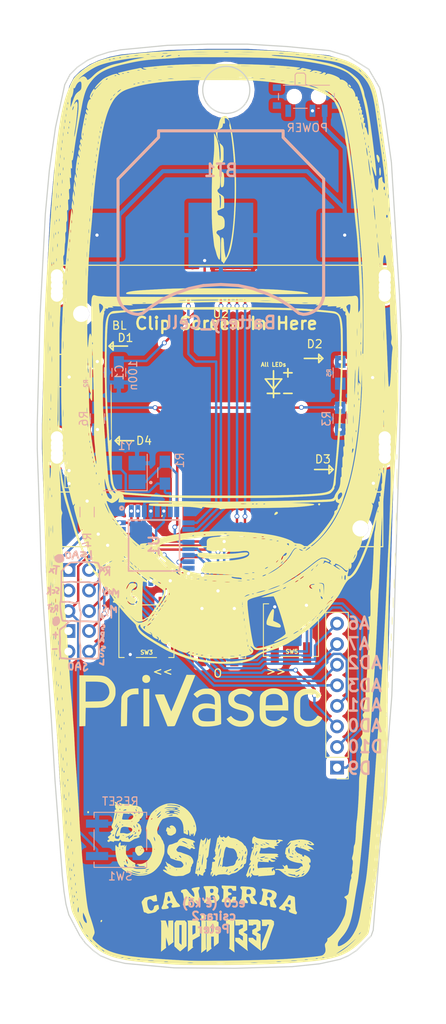
<source format=kicad_pcb>
(kicad_pcb (version 20171130) (host pcbnew 5.0.2+dfsg1-1)
  (title_block (title "Cybernats 2019 Badge") (company ec0) (comment 1 "Do not point at face"))
  (layers (0 F.Cu signal) (31 B.Cu signal) (34 B.Paste user) (35 F.Paste user) (36 B.SilkS user) (37 F.SilkS user hide) (38 B.Mask user) (39 F.Mask user) (44 Edge.Cuts user))
  (net 0 "")
  (net 1 GND)
  (net 2 "Net-(D1-Pad2)")
  (net 3 "Net-(D2-Pad2)")
  (net 4 +3.3v)
  (net 5 SCK)
  (net 6 MISO)
  (net 7 MOSI)
  (net 8 "Net-(R1-Pad2)")
  (net 9 LCDRST)
  (net 10 LCDBL+)
  (net 11 LCDCE)
  (net 12 LCDDC)
  (net 13 RESET)
  (net 14 RXD)
  (net 15 TXD)
  (net 16 "Net-(R1-Pad1)")
  (net 17 SDA)
  (net 18 SCL)
  (net 19 "Net-(D3-Pad2)")
  (net 20 "Net-(D4-Pad2)")
  (net 21 /VOUT)
  (net 22 D9)
  (net 23 D10)
  (net 24 AD0)
  (net 25 AD1)
  (net 26 AD2)
  (net 27 AD3)
  (net 28 A6)
  (net 29 A7)
  (net 30 "Net-(SW2-Pad1)")
  (net 31 BAT+)
  (net 32 BUTTONL)
  (net 33 BUTTONOK)
  (net 34 BUTTONR)
  (module LEDs:LED_0603 (layer F.Cu) (at 78.03 84.37 90)
    (fp_text reference D2 (at 3.344 -7.164 180) (layer F.SilkS))
    (fp_text value BL)
    (pad 2 smd rect (at 0.8 0 270) (size 0.8 0.8) (layers F.Cu F.Paste F.Mask) (net 3 "Net-(D2-Pad2)"))
    (pad 1 smd rect (at -0.8 0 270) (size 0.8 0.8) (layers F.Cu F.Paste F.Mask) (net 1 GND))
  )
  (module LEDs:LED_0603 (layer F.Cu) (at 77.98 97.34 90)
    (fp_text reference D3 (at 2.09 -6.098 180) (layer F.SilkS))
    (fp_text value BL)
    (pad 2 smd rect (at 0.8 0 270) (size 0.8 0.8) (layers F.Cu F.Paste F.Mask) (net 19 "Net-(D3-Pad2)"))
    (pad 1 smd rect (at -0.8 0 270) (size 0.8 0.8) (layers F.Cu F.Paste F.Mask) (net 1 GND))
  )
  (module LEDs:LED_0603 (layer F.Cu) (at 40.53 97.46 90)
    (fp_text reference D4 (at 4.496 9.254 180) (layer F.SilkS))
    (fp_text value BL)
    (pad 2 smd rect (at 0.8 0 270) (size 0.8 0.8) (layers F.Cu F.Paste F.Mask) (net 20 "Net-(D4-Pad2)"))
    (pad 1 smd rect (at -0.8 0 270) (size 0.8 0.8) (layers F.Cu F.Paste F.Mask) (net 1 GND))
  )
  (module LEDs:LED_0603 (layer F.Cu) (at 40.54 84.3 90)
    (fp_text reference D1 (at 4.036 6.958 180) (layer F.SilkS))
    (fp_text value BL (at 5.56 6.196 180) (layer F.SilkS))
    (pad 2 smd rect (at 0.8 0 270) (size 0.8 0.8) (layers F.Cu F.Paste F.Mask) (net 2 "Net-(D1-Pad2)"))
    (pad 1 smd rect (at -0.8 0 270) (size 0.8 0.8) (layers F.Cu F.Paste F.Mask) (net 1 GND))
  )
  (module LOGO (layer B.Cu) (at 42.0878 114.046 180)
    (fp_text reference G*** hide)
    (fp_text value LOGO hide)
  )
  (module LOGO (layer F.Cu) (at 56.7944 125.0696)
    (fp_text reference G*** hide)
    (fp_text value LOGO hide)
  )
  (module Pin_Headers:Pin_Header_Straight_2x03_Pitch2.54mm (layer F.Cu) (at 40.46 108.92)
    (fp_text reference J2 hide)
    (fp_text value LSAO hide)
    (pad 1 thru_hole rect (at 0 0) (size 1.7 1.7) (drill 1) (layers *.Cu *.Mask) (net 15 TXD))
    (pad 2 thru_hole oval (at 2.54 0) (size 1.7 1.7) (drill 1) (layers *.Cu *.Mask) (net 14 RXD))
    (pad 3 thru_hole oval (at 0 2.54) (size 1.7 1.7) (drill 1) (layers *.Cu *.Mask) (net 5 SCK))
    (pad 4 thru_hole oval (at 2.54 2.54) (size 1.7 1.7) (drill 1) (layers *.Cu *.Mask) (net 7 MOSI))
    (pad 5 thru_hole oval (at 0 5.08) (size 1.7 1.7) (drill 1) (layers *.Cu *.Mask) (net 13 RESET))
    (pad 6 thru_hole oval (at 2.54 5.08) (size 1.7 1.7) (drill 1) (layers *.Cu *.Mask) (net 6 MISO))
  )
  (module Pin_Headers:Pin_Header_Straight_2x02_Pitch2.54mm (layer F.Cu) (at 40.46 116.46)
    (fp_text reference J1)
    (fp_text value SAO hide)
    (pad 1 thru_hole rect (at 0 0) (size 1.7 1.7) (drill 1) (layers *.Cu *.Mask) (net 4 +3.3v))
    (pad 2 thru_hole oval (at 2.54 0) (size 1.7 1.7) (drill 1) (layers *.Cu *.Mask) (net 17 SDA))
    (pad 3 thru_hole oval (at 0 2.54) (size 1.7 1.7) (drill 1) (layers *.Cu *.Mask) (net 1 GND))
    (pad 4 thru_hole oval (at 2.54 2.54) (size 1.7 1.7) (drill 1) (layers *.Cu *.Mask) (net 18 SCL))
  )
  (module Buttons_Switches_SMD:SW_SPST_B3SL-1002P (layer B.Cu) (at 46.8678 142.2466)
    (fp_text reference SW1 (at 0 4.5) (layer B.SilkS) (effects (justify mirror)))
    (fp_text value RESET (at 0 -4.75) (layer B.SilkS) (effects (justify mirror)))
    (pad 1 smd rect (at -2.875 2) (size 2.75 1) (layers B.Cu B.Paste B.Mask) (net 13 RESET))
    (pad 1 smd rect (at 2.875 2) (size 2.75 1) (layers B.Cu B.Paste B.Mask) (net 13 RESET))
    (pad 2 smd rect (at 2.875 -2) (size 2.75 1) (layers B.Cu B.Paste B.Mask) (net 1 GND))
    (pad 2 smd rect (at -2.875 -2) (size 2.75 1) (layers B.Cu B.Paste B.Mask) (net 1 GND))
  )
  (module Nokia_5110-3310_LCD:Nokia_5110-3310_LCD (layer F.Cu) (at 59.28 71.3)
    (fp_text reference U2 (at 0 6) (layer F.SilkS))
    (fp_text value Nokia_5110_LCD hide)
    (pad "" thru_hole circle (at 17.25 32.5) (size 2 2) (drill 2) (layers *.Cu))
    (pad "" np_thru_hole circle (at 20.25 23) (size 1.5 1.5) (drill 1.5) (layers *.Mask B.Cu F.SilkS))
    (pad "" np_thru_hole circle (at 20.25 21.75) (size 1.5 1.5) (drill 1.5) (layers *.Mask B.Cu F.SilkS))
    (pad "" np_thru_hole circle (at -20.25 23.25) (size 1.5 1.5) (drill 1.5) (layers *.Mask B.Cu F.SilkS))
    (pad "" np_thru_hole circle (at -20.25 22) (size 1.5 1.5) (drill 1.5) (layers *.Mask B.Cu F.SilkS))
    (pad "" np_thru_hole circle (at -20.25 23.75) (size 1.5 1.5) (drill 1.5) (layers *.Mask B.Cu F.SilkS))
    (pad "" np_thru_hole circle (at -20.25 21.25) (size 1.5 1.5) (drill 1.5) (layers *.Mask B.Cu F.SilkS))
    (pad "" np_thru_hole circle (at -20.25 3.75) (size 1.5 1.5) (drill 1.5) (layers *.Mask B.Cu F.SilkS))
    (pad "" np_thru_hole circle (at -20.25 3.25) (size 1.5 1.5) (drill 1.5) (layers *.Mask B.Cu F.SilkS))
    (pad "" np_thru_hole circle (at -20.25 1.25) (size 1.5 1.5) (drill 1.5) (layers *.Mask B.Cu F.SilkS))
    (pad "" np_thru_hole circle (at -20.25 1.75) (size 1.5 1.5) (drill 1.5) (layers *.Mask B.Cu F.SilkS))
    (pad "" np_thru_hole circle (at 20.25 23.75) (size 1.5 1.5) (drill 1.5) (layers *.Mask B.Cu F.SilkS))
    (pad "" np_thru_hole circle (at 20.25 21.25) (size 1.5 1.5) (drill 1.5) (layers *.Mask B.Cu F.SilkS))
    (pad "" np_thru_hole circle (at 20.25 3) (size 1.5 1.5) (drill 1.5) (layers *.Mask B.Cu F.SilkS))
    (pad "" smd rect (at 19 2.5) (size 1.5 3) (layers B.Cu B.Mask))
    (pad "" smd rect (at 19 22.5) (size 1.5 3) (layers B.Cu B.Mask))
    (pad "" smd rect (at -19 22.5) (size 1.5 3) (layers B.Cu B.Mask))
    (pad "" smd rect (at -19 2.5) (size 1.5 3) (layers B.Cu B.Mask))
    (pad "" np_thru_hole oval (at 20.25 22.5) (size 2 4.5) (drill 1.5) (layers *.Mask B.Cu F.SilkS))
    (pad "" np_thru_hole oval (at -20.25 22.5) (size 2 4.5) (drill 1.5) (layers *.Mask B.Cu F.SilkS))
    (pad "" np_thru_hole oval (at 20.25 2.5) (size 2 4.5) (drill 1.5) (layers *.Mask B.Cu F.SilkS))
    (pad "" np_thru_hole oval (at -20.25 2.5) (size 2 4.5) (drill 1.5) (layers *.Mask B.Cu F.SilkS))
    (pad 9 smd rect (at 4 2.5) (size 0.6 3) (layers F.Cu F.Mask) (net 4 +3.3v))
    (pad 8 smd rect (at 3 2.5) (size 0.6 3) (layers F.Cu F.Mask) (net 5 SCK))
    (pad 7 smd rect (at 2 2.5) (size 0.6 3) (layers F.Cu F.Mask) (net 7 MOSI))
    (pad 6 smd rect (at 1 2.5) (size 0.6 3) (layers F.Cu F.Mask) (net 12 LCDDC))
    (pad 1 smd rect (at -4 2.5) (size 0.6 3) (layers F.Cu F.Mask) (net 9 LCDRST))
    (pad 2 smd rect (at -3 2.5) (size 0.6 3) (layers F.Cu F.Mask) (net 21 /VOUT))
    (pad 5 smd rect (at 0 2.5) (size 0.6 3) (layers F.Cu F.Mask) (net 11 LCDCE))
    (pad 4 smd rect (at -1 2.5) (size 0.6 3) (layers F.Cu F.Mask) (net 4 +3.3v))
    (pad 3 smd rect (at -2 2.5) (size 0.6 3) (layers F.Cu F.Mask) (net 1 GND))
    (pad "" np_thru_hole circle (at 20.25 1.25) (size 1.5 1.5) (drill 1.5) (layers *.Mask B.Cu F.SilkS))
    (pad "" np_thru_hole circle (at 20.25 3.75) (size 1.5 1.5) (drill 1.5) (layers *.Mask B.Cu F.SilkS))
    (pad "" np_thru_hole circle (at 20.25 1.75) (size 1.5 1.5) (drill 1.5) (layers *.Mask B.Cu F.SilkS))
    (pad "" thru_hole circle (at -17.25 6) (size 2 2) (drill 2) (layers *.Cu))
  )
  (module LOGO (layer F.Cu) (at 59.2 101.19)
    (fp_text reference G*** hide)
    (fp_text value LOGO hide)
  )
  (module ATMEGA328P-AU:QFP80P900X900X120-32N (layer B.Cu) (at 51.03 105.9 270)
    (fp_text reference U1 (at 0 0 270) (layer B.SilkS) (effects (font (size 1.27 1.27) (thickness 0.254)) (justify mirror)))
    (fp_text value ATMEGA328P-AU hide)
    (pad 1 smd rect (at -4.25 2.8 180) (size 0.6 1.5) (layers B.Cu B.Paste B.Mask) (net 33 BUTTONOK))
    (pad 2 smd rect (at -4.25 2 180) (size 0.6 1.5) (layers B.Cu B.Paste B.Mask) (net 34 BUTTONR))
    (pad 3 smd rect (at -4.25 1.2 180) (size 0.6 1.5) (layers B.Cu B.Paste B.Mask) (net 1 GND))
    (pad 4 smd rect (at -4.25 0.4 180) (size 0.6 1.5) (layers B.Cu B.Paste B.Mask) (net 4 +3.3v))
    (pad 5 smd rect (at -4.25 -0.4 180) (size 0.6 1.5) (layers B.Cu B.Paste B.Mask) (net 1 GND))
    (pad 6 smd rect (at -4.25 -1.2 180) (size 0.6 1.5) (layers B.Cu B.Paste B.Mask) (net 4 +3.3v))
    (pad 7 smd rect (at -4.25 -2 180) (size 0.6 1.5) (layers B.Cu B.Paste B.Mask) (net 16 "Net-(R1-Pad1)"))
    (pad 8 smd rect (at -4.25 -2.8 180) (size 0.6 1.5) (layers B.Cu B.Paste B.Mask) (net 8 "Net-(R1-Pad2)"))
    (pad 9 smd rect (at -2.8 -4.25 270) (size 0.6 1.5) (layers B.Cu B.Paste B.Mask) (net 9 LCDRST))
    (pad 10 smd rect (at -2 -4.25 270) (size 0.6 1.5) (layers B.Cu B.Paste B.Mask) (net 11 LCDCE))
    (pad 11 smd rect (at -1.2 -4.25 270) (size 0.6 1.5) (layers B.Cu B.Paste B.Mask) (net 12 LCDDC))
    (pad 12 smd rect (at -0.4 -4.25 270) (size 0.6 1.5) (layers B.Cu B.Paste B.Mask) (net 10 LCDBL+))
    (pad 13 smd rect (at 0.4 -4.25 270) (size 0.6 1.5) (layers B.Cu B.Paste B.Mask) (net 22 D9))
    (pad 14 smd rect (at 1.2 -4.25 270) (size 0.6 1.5) (layers B.Cu B.Paste B.Mask) (net 23 D10))
    (pad 15 smd rect (at 2 -4.25 270) (size 0.6 1.5) (layers B.Cu B.Paste B.Mask) (net 7 MOSI))
    (pad 16 smd rect (at 2.8 -4.25 270) (size 0.6 1.5) (layers B.Cu B.Paste B.Mask) (net 6 MISO))
    (pad 17 smd rect (at 4.25 -2.8 180) (size 0.6 1.5) (layers B.Cu B.Paste B.Mask) (net 5 SCK))
    (pad 18 smd rect (at 4.25 -2 180) (size 0.6 1.5) (layers B.Cu B.Paste B.Mask) (net 4 +3.3v))
    (pad 19 smd rect (at 4.25 -1.2 180) (size 0.6 1.5) (layers B.Cu B.Paste B.Mask) (net 28 A6))
    (pad 20 smd rect (at 4.25 -0.4 180) (size 0.6 1.5) (layers B.Cu B.Paste B.Mask) (net 4 +3.3v))
    (pad 21 smd rect (at 4.25 0.4 180) (size 0.6 1.5) (layers B.Cu B.Paste B.Mask) (net 1 GND))
    (pad 22 smd rect (at 4.25 1.2 180) (size 0.6 1.5) (layers B.Cu B.Paste B.Mask) (net 29 A7))
    (pad 23 smd rect (at 4.25 2 180) (size 0.6 1.5) (layers B.Cu B.Paste B.Mask) (net 24 AD0))
    (pad 24 smd rect (at 4.25 2.8 180) (size 0.6 1.5) (layers B.Cu B.Paste B.Mask) (net 25 AD1))
    (pad 25 smd rect (at 2.8 4.25 270) (size 0.6 1.5) (layers B.Cu B.Paste B.Mask) (net 26 AD2))
    (pad 26 smd rect (at 2 4.25 270) (size 0.6 1.5) (layers B.Cu B.Paste B.Mask) (net 27 AD3))
    (pad 27 smd rect (at 1.2 4.25 270) (size 0.6 1.5) (layers B.Cu B.Paste B.Mask) (net 17 SDA))
    (pad 28 smd rect (at 0.4 4.25 270) (size 0.6 1.5) (layers B.Cu B.Paste B.Mask) (net 18 SCL))
    (pad 29 smd rect (at -0.4 4.25 270) (size 0.6 1.5) (layers B.Cu B.Paste B.Mask) (net 13 RESET))
    (pad 30 smd rect (at -1.2 4.25 270) (size 0.6 1.5) (layers B.Cu B.Paste B.Mask) (net 14 RXD))
    (pad 31 smd rect (at -2 4.25 270) (size 0.6 1.5) (layers B.Cu B.Paste B.Mask) (net 15 TXD))
    (pad 32 smd rect (at -2.8 4.25 270) (size 0.6 1.5) (layers B.Cu B.Paste B.Mask) (net 32 BUTTONL))
  )
  (module Capacitors_SMD:C_0805_HandSoldering (layer B.Cu) (at 46.68 84.53 270)
    (fp_text reference C1 (at 0.01 -0.07 270) (layer B.SilkS) (effects (justify mirror)))
    (fp_text value " 100n" (at 0 -1.75 270) (layer B.SilkS) (effects (justify mirror)))
    (pad 1 smd rect (at -1.25 0 270) (size 1.5 1.25) (layers B.Cu B.Paste B.Mask) (net 21 /VOUT))
    (pad 2 smd rect (at 1.25 0 270) (size 1.5 1.25) (layers B.Cu B.Paste B.Mask) (net 1 GND))
  )
  (module Resistors_SMD:R_0805_HandSoldering (layer B.Cu) (at 52.37 96.91 90)
    (fp_text reference R1 (at 1.53 1.84 90) (layer B.SilkS) (effects (justify mirror)))
    (fp_text value " 1M" hide)
    (pad 1 smd rect (at -1.35 0 90) (size 1.5 1.3) (layers B.Cu B.Paste B.Mask) (net 16 "Net-(R1-Pad1)"))
    (pad 2 smd rect (at 1.35 0 90) (size 1.5 1.3) (layers B.Cu B.Paste B.Mask) (net 8 "Net-(R1-Pad2)"))
  )
  (module Resistors_SMD:R_0805_HandSoldering (layer B.Cu) (at 44.02 84.54 90)
    (fp_text reference R2 (at -1.35 -1.41 90) (layer B.SilkS) (effects (font (size 0.5 0.5) (thickness 0.125)) (justify mirror)))
    (fp_text value LR hide)
    (pad 1 smd rect (at -1.35 0 90) (size 1.5 1.3) (layers B.Cu B.Paste B.Mask) (net 10 LCDBL+))
    (pad 2 smd rect (at 1.35 0 90) (size 1.5 1.3) (layers B.Cu B.Paste B.Mask) (net 2 "Net-(D1-Pad2)"))
  )
  (module Resistors_SMD:R_0805_HandSoldering (layer B.Cu) (at 42.76 101.77 90)
    (fp_text reference R4 (at -3.48 0 90) (layer B.SilkS) (effects (justify mirror)))
    (fp_text value " 10K" hide)
    (pad 1 smd rect (at -1.35 0 90) (size 1.5 1.3) (layers B.Cu B.Paste B.Mask) (net 13 RESET))
    (pad 2 smd rect (at 1.35 0 90) (size 1.5 1.3) (layers B.Cu B.Paste B.Mask) (net 4 +3.3v))
  )
  (module Resistors_SMD:R_0805_HandSoldering (layer B.Cu) (at 74.03 84.57 90)
    (fp_text reference R5 (at -0.02 -1.39 90) (layer B.SilkS) (effects (font (size 0.5 0.5) (thickness 0.125)) (justify mirror)))
    (fp_text value LR hide)
    (pad 1 smd rect (at -1.35 0 90) (size 1.5 1.3) (layers B.Cu B.Paste B.Mask) (net 10 LCDBL+))
    (pad 2 smd rect (at 1.35 0 90) (size 1.5 1.3) (layers B.Cu B.Paste B.Mask) (net 3 "Net-(D2-Pad2)"))
  )
  (module Crystals:Crystal_SMD_TXC_7M-4pin_3.2x2.5mm_HandSoldering (layer B.Cu) (at 47.48 96.89 180)
    (fp_text reference Y1 (at 0.02 3.29 180) (layer B.SilkS) (effects (justify mirror)))
    (fp_text value 16Mhz hide)
    (pad 1 smd rect (at -1.45 -1.15 180) (size 2.1 1.8) (layers B.Cu B.Paste B.Mask) (net 8 "Net-(R1-Pad2)"))
    (pad 2 smd rect (at 1.45 -1.15 180) (size 2.1 1.8) (layers B.Cu B.Paste B.Mask) (net 1 GND))
    (pad 3 smd rect (at 1.45 1.15 180) (size 2.1 1.8) (layers B.Cu B.Paste B.Mask) (net 16 "Net-(R1-Pad1)"))
    (pad 4 smd rect (at -1.45 1.15 180) (size 2.1 1.8) (layers B.Cu B.Paste B.Mask) (net 1 GND))
  )
  (module w_battery_holders:keystone_3008 (layer B.Cu) (at 59.28 67.58 180)
    (fp_text reference BT1 (at 0 8 180) (layer B.SilkS) (effects (font (size 1.524 1.524) (thickness 0.3048)) (justify mirror)))
    (fp_text value Battery_Cell (at 0 -10.8 180) (layer B.SilkS) (effects (font (size 1.524 1.524) (thickness 0.3048)) (justify mirror)))
    (pad 1 smd rect (at -15.3 0 180) (size 6 5.5) (layers B.Cu B.Paste B.Mask) (net 31 BAT+))
    (pad 1 smd rect (at 15.3 0 180) (size 6 5.5) (layers B.Cu B.Paste B.Mask) (net 31 BAT+))
    (pad 2 smd rect (at 0 0 180) (size 8 8) (layers B.Cu B.Paste B.Mask) (net 1 GND))
  )
  (module Resistors_SMD:R_0805_HandSoldering (layer B.Cu) (at 74.02 90.24 270)
    (fp_text reference R3 (at 0 1.7 270) (layer B.SilkS) (effects (justify mirror)))
    (fp_text value LR)
    (pad 1 smd rect (at -1.35 0 270) (size 1.5 1.3) (layers B.Cu B.Paste B.Mask) (net 10 LCDBL+))
    (pad 2 smd rect (at 1.35 0 270) (size 1.5 1.3) (layers B.Cu B.Paste B.Mask) (net 19 "Net-(D3-Pad2)"))
  )
  (module Resistors_SMD:R_0805_HandSoldering (layer B.Cu) (at 44.04 90.23 270)
    (fp_text reference R6 (at 0 1.7 270) (layer B.SilkS) (effects (justify mirror)))
    (fp_text value LR)
    (pad 1 smd rect (at -1.35 0 270) (size 1.5 1.3) (layers B.Cu B.Paste B.Mask) (net 10 LCDBL+))
    (pad 2 smd rect (at 1.35 0 270) (size 1.5 1.3) (layers B.Cu B.Paste B.Mask) (net 20 "Net-(D4-Pad2)"))
  )
  (module Buttons_Switches_SMD:SW_SPDT_PCM12 (layer B.Cu) (at 69.85 50.8)
    (fp_text reference SW2)
    (fp_text value SW_SPST)
    (fp_text user POWER (at 0.127 3.5306) (layer B.SilkS) (effects (justify mirror)))
    (pad "" np_thru_hole circle (at -1.5 -0.33) (size 0.9 0.9) (drill 0.9) (layers *.Cu *.Mask))
    (pad "" np_thru_hole circle (at 1.5 -0.33) (size 0.9 0.9) (drill 0.9) (layers *.Cu *.Mask))
    (pad 1 smd rect (at -2.25 1.43) (size 0.7 1.5) (layers B.Cu B.Paste B.Mask) (net 30 "Net-(SW2-Pad1)"))
    (pad 2 smd rect (at 0.75 1.43) (size 0.7 1.5) (layers B.Cu B.Paste B.Mask) (net 4 +3.3v))
    (pad 3 smd rect (at 2.25 1.43) (size 0.7 1.5) (layers B.Cu B.Paste B.Mask) (net 31 BAT+))
    (pad "" smd rect (at -3.65 -1.43) (size 1 0.8) (layers B.Cu B.Paste B.Mask))
    (pad "" smd rect (at 3.65 -1.43) (size 1 0.8) (layers B.Cu B.Paste B.Mask))
    (pad "" smd rect (at 3.65 0.78) (size 1 0.8) (layers B.Cu B.Paste B.Mask))
    (pad "" smd rect (at -3.65 0.78) (size 1 0.8) (layers B.Cu B.Paste B.Mask))
  )
  (module Pin_Headers:Pin_Header_Straight_1x08_Pitch2.54mm (layer F.Cu) (at 73.6346 133.3246 180)
    (fp_text reference J3 hide)
    (fp_text value CONN_01X08 hide)
    (pad 1 thru_hole rect (at 0 0 180) (size 1.7 1.7) (drill 1) (layers *.Cu *.Mask) (net 22 D9))
    (pad 2 thru_hole oval (at 0 2.54 180) (size 1.7 1.7) (drill 1) (layers *.Cu *.Mask) (net 23 D10))
    (pad 3 thru_hole oval (at 0 5.08 180) (size 1.7 1.7) (drill 1) (layers *.Cu *.Mask) (net 24 AD0))
    (pad 4 thru_hole oval (at 0 7.62 180) (size 1.7 1.7) (drill 1) (layers *.Cu *.Mask) (net 25 AD1))
    (pad 5 thru_hole oval (at 0 10.16 180) (size 1.7 1.7) (drill 1) (layers *.Cu *.Mask) (net 27 AD3))
    (pad 6 thru_hole oval (at 0 12.7 180) (size 1.7 1.7) (drill 1) (layers *.Cu *.Mask) (net 26 AD2))
    (pad 7 thru_hole oval (at 0 15.24 180) (size 1.7 1.7) (drill 1) (layers *.Cu *.Mask) (net 29 A7))
    (pad 8 thru_hole oval (at 0 17.78 180) (size 1.7 1.7) (drill 1) (layers *.Cu *.Mask) (net 28 A6))
  )
  (module Buttons_Switches_SMD:SW_SPST_B3SL-1002P (layer F.Cu) (at 50.0888 116.4844 90)
    (fp_text reference SW3 (at -2.6162 0.0254 180) (layer F.SilkS) (effects (font (size 0.5 0.5) (thickness 0.125))))
    (fp_text value << (at -4.953 2.0066 180) (layer F.SilkS))
    (pad 1 smd rect (at -2.875 -2 90) (size 2.75 1) (layers F.Cu F.Paste F.Mask) (net 1 GND))
    (pad 1 smd rect (at 2.875 -2 90) (size 2.75 1) (layers F.Cu F.Paste F.Mask) (net 1 GND))
    (pad 2 smd rect (at 2.875 2 90) (size 2.75 1) (layers F.Cu F.Paste F.Mask) (net 32 BUTTONL))
    (pad 2 smd rect (at -2.875 2 90) (size 2.75 1) (layers F.Cu F.Paste F.Mask) (net 32 BUTTONL))
  )
  (module Buttons_Switches_SMD:SW_SPST_B3SL-1002P (layer F.Cu) (at 58.9468 116.5558 90)
    (fp_text reference SW4 (at -2.5194 0.0066 180) (layer F.SilkS) (effects (font (size 0.5 0.5) (thickness 0.125))))
    (fp_text value O (at -5.1356 -0.0442 180) (layer F.SilkS))
    (pad 1 smd rect (at -2.875 -2 90) (size 2.75 1) (layers F.Cu F.Paste F.Mask) (net 1 GND))
    (pad 1 smd rect (at 2.875 -2 90) (size 2.75 1) (layers F.Cu F.Paste F.Mask) (net 1 GND))
    (pad 2 smd rect (at 2.875 2 90) (size 2.75 1) (layers F.Cu F.Paste F.Mask) (net 33 BUTTONOK))
    (pad 2 smd rect (at -2.875 2 90) (size 2.75 1) (layers F.Cu F.Paste F.Mask) (net 33 BUTTONOK))
  )
  (module Buttons_Switches_SMD:SW_SPST_B3SL-1002P (layer F.Cu) (at 67.9384 116.3526 90)
    (fp_text reference SW5 (at -2.6464 0.1082 180) (layer F.SilkS) (effects (font (size 0.5 0.5) (thickness 0.125))))
    (fp_text value >> (at -5.0594 -1.8476 180) (layer F.SilkS))
    (pad 1 smd rect (at -2.875 -2 90) (size 2.75 1) (layers F.Cu F.Paste F.Mask) (net 1 GND))
    (pad 1 smd rect (at 2.875 -2 90) (size 2.75 1) (layers F.Cu F.Paste F.Mask) (net 1 GND))
    (pad 2 smd rect (at 2.875 2 90) (size 2.75 1) (layers F.Cu F.Paste F.Mask) (net 34 BUTTONR))
    (pad 2 smd rect (at -2.875 2 90) (size 2.75 1) (layers F.Cu F.Paste F.Mask) (net 34 BUTTONR))
  )
  (gr_text "Clip Screen In Here" (at 59.944 78.486) (layer F.SilkS) (effects (font (size 1.5 1.5) (thickness 0.3))))
  (gr_line (start 45.974 81.788) (end 45.974 80.772) (layer F.SilkS) (width 0.2))
  (gr_line (start 45.974 80.772) (end 45.466 81.28) (layer F.SilkS) (width 0.2))
  (gr_line (start 45.466 81.28) (end 45.974 81.788) (layer F.SilkS) (width 0.2))
  (gr_line (start 47.752 81.28) (end 45.466 81.28) (layer F.SilkS) (width 0.2))
  (gr_line (start 48.514 92.964) (end 46.228 92.964) (layer F.SilkS) (width 0.2))
  (gr_line (start 46.228 92.964) (end 46.736 93.472) (layer F.SilkS) (width 0.2))
  (gr_line (start 46.736 93.472) (end 46.736 92.456) (layer F.SilkS) (width 0.2))
  (gr_line (start 46.736 92.456) (end 46.228 92.964) (layer F.SilkS) (width 0.2))
  (gr_line (start 70.866 96.52) (end 73.152 96.52) (layer F.SilkS) (width 0.2))
  (gr_line (start 72.644 96.012) (end 72.644 97.028) (layer F.SilkS) (width 0.2))
  (gr_line (start 73.152 96.52) (end 72.644 96.012) (layer F.SilkS) (width 0.2))
  (gr_line (start 72.644 97.028) (end 73.152 96.52) (layer F.SilkS) (width 0.2))
  (gr_line (start 71.374 83.312) (end 71.882 82.804) (layer F.SilkS) (width 0.2))
  (gr_line (start 71.374 82.296) (end 71.374 83.312) (layer F.SilkS) (width 0.2))
  (gr_line (start 71.882 82.804) (end 71.374 82.296) (layer F.SilkS) (width 0.2))
  (gr_line (start 69.596 82.804) (end 71.882 82.804) (layer F.SilkS) (width 0.2))
  (gr_line (start 67.056 87.122) (end 68.072 87.122) (layer F.SilkS) (width 0.2))
  (gr_line (start 67.564 84.074) (end 67.564 85.09) (layer F.SilkS) (width 0.2))
  (gr_line (start 67.564 84.582) (end 67.564 84.074) (layer F.SilkS) (width 0.2))
  (gr_line (start 68.072 84.582) (end 67.564 84.582) (layer F.SilkS) (width 0.2))
  (gr_line (start 67.818 84.582) (end 68.072 84.582) (layer F.SilkS) (width 0.2))
  (gr_line (start 67.056 84.582) (end 67.818 84.582) (layer F.SilkS) (width 0.2))
  (gr_line (start 65.786 86.614) (end 65.786 85.344) (layer F.SilkS) (width 0.2))
  (gr_line (start 66.802 85.344) (end 65.786 86.614) (layer F.SilkS) (width 0.2))
  (gr_line (start 66.548 85.344) (end 66.802 85.344) (layer F.SilkS) (width 0.2))
  (gr_line (start 64.77 85.344) (end 66.548 85.344) (layer F.SilkS) (width 0.2))
  (gr_line (start 65.786 86.614) (end 64.77 85.344) (layer F.SilkS) (width 0.2))
  (gr_line (start 65.786 87.122) (end 65.786 86.614) (layer F.SilkS) (width 0.2))
  (gr_line (start 66.548 87.122) (end 65.786 87.122) (layer F.SilkS) (width 0.2))
  (gr_line (start 65.024 87.122) (end 66.548 87.122) (layer F.SilkS) (width 0.2))
  (gr_line (start 65.786 87.122) (end 65.024 87.122) (layer F.SilkS) (width 0.2))
  (gr_line (start 65.786 87.63) (end 65.786 87.122) (layer F.SilkS) (width 0.2))
  (gr_line (start 65.786 84.328) (end 65.786 87.63) (layer F.SilkS) (width 0.2))
  (gr_text "All LEDs" (at 65.786 83.566) (layer F.SilkS) (effects (font (size 0.5 0.5) (thickness 0.125))))
  (gr_text D9 (at 76.399423 133.412116) (layer B.SilkS) (effects (font (size 1.5 1.5) (thickness 0.3)) (justify mirror)))
  (gr_text D10 (at 77.113709 130.745116) (layer B.SilkS) (effects (font (size 1.5 1.5) (thickness 0.3)) (justify mirror)))
  (gr_text AD0 (at 77.042281 128.154316) (layer B.SilkS) (effects (font (size 1.5 1.5) (thickness 0.3)) (justify mirror)))
  (gr_text AD1 (at 77.042281 125.614316) (layer B.SilkS) (effects (font (size 1.5 1.5) (thickness 0.3)) (justify mirror)))
  (gr_text AD3 (at 77.042281 123.201316) (layer B.SilkS) (effects (font (size 1.5 1.5) (thickness 0.3)) (justify mirror)))
  (gr_text AD2 (at 77.042281 120.381916) (layer B.SilkS) (effects (font (size 1.5 1.5) (thickness 0.3)) (justify mirror)))
  (gr_text A7 (at 76.292281 118.045116) (layer B.SilkS) (effects (font (size 1.5 1.5) (thickness 0.3)) (justify mirror)))
  (gr_text A6 (at 76.292281 115.505116) (layer B.SilkS) (effects (font (size 1.5 1.5) (thickness 0.3)) (justify mirror)))
  (gr_circle (center 50.63 98.13) (end 50.73 98.19) (layer B.SilkS) (width 0.2))
  (gr_text "ec0 (ĕ'kō)\ncsirac2\nPeter" (at 58.41 151.65) (layer B.SilkS) (effects (font (size 1 1) (thickness 0.25)) (justify mirror)))
  (gr_line (start 80.6 118.2) (end 80.4 124.5) (layer Edge.Cuts) (width 0.15))
  (gr_line (start 38.35 127.56) (end 38.8 135) (layer Edge.Cuts) (width 0.15))
  (gr_circle (center 59.95 49.65) (end 61.85 47.45) (layer Edge.Cuts) (width 0.15))
  (gr_line (start 36.95 104.05) (end 37.1 109.05) (layer Edge.Cuts) (width 0.15))
  (gr_line (start 78.1 153.4) (end 80.4 124.5) (layer Edge.Cuts) (width 0.15))
  (gr_line (start 39.9 148.6) (end 40.15 150.2) (layer Edge.Cuts) (width 0.15))
  (gr_line (start 77.85 154.1) (end 78.1 153.4) (layer Edge.Cuts) (width 0.15))
  (gr_line (start 76.05 155.9) (end 77.85 154.1) (layer Edge.Cuts) (width 0.15))
  (gr_line (start 75.05 156.55) (end 76.05 155.9) (layer Edge.Cuts) (width 0.15))
  (gr_line (start 74 157) (end 75.05 156.55) (layer Edge.Cuts) (width 0.15))
  (gr_line (start 71.5 157.55) (end 74 157) (layer Edge.Cuts) (width 0.15))
  (gr_line (start 68.1 157.9) (end 71.5 157.55) (layer Edge.Cuts) (width 0.15))
  (gr_line (start 61.05 158.1) (end 68.1 157.9) (layer Edge.Cuts) (width 0.15))
  (gr_line (start 53.5 158.05) (end 61.05 158.1) (layer Edge.Cuts) (width 0.15))
  (gr_line (start 47.45 157.5) (end 53.5 158.05) (layer Edge.Cuts) (width 0.15))
  (gr_line (start 45.75 157.1) (end 47.45 157.5) (layer Edge.Cuts) (width 0.15))
  (gr_line (start 44.4 156.55) (end 45.75 157.1) (layer Edge.Cuts) (width 0.15))
  (gr_line (start 43.5 155.9) (end 44.4 156.55) (layer Edge.Cuts) (width 0.15))
  (gr_line (start 42.55 155) (end 43.5 155.9) (layer Edge.Cuts) (width 0.15))
  (gr_line (start 41.85 154.05) (end 42.55 155) (layer Edge.Cuts) (width 0.15))
  (gr_line (start 40.5 151.5) (end 41.85 154.05) (layer Edge.Cuts) (width 0.15))
  (gr_line (start 40.15 150.2) (end 40.5 151.5) (layer Edge.Cuts) (width 0.15))
  (gr_line (start 39.7 146.7) (end 39.9 148.6) (layer Edge.Cuts) (width 0.15))
  (gr_line (start 38.8 135) (end 39.7 146.7) (layer Edge.Cuts) (width 0.15))
  (gr_line (start 37.9 121.05) (end 38.35 127.55) (layer Edge.Cuts) (width 0.15))
  (gr_line (start 37.4 114.05) (end 37.9 121.05) (layer Edge.Cuts) (width 0.15))
  (gr_line (start 37.1 109.05) (end 37.4 114.05) (layer Edge.Cuts) (width 0.15))
  (gr_line (start 36.6 93.95) (end 36.95 104.05) (layer Edge.Cuts) (width 0.15))
  (gr_line (start 36.6 90.95) (end 36.6 93.95) (layer Edge.Cuts) (width 0.15))
  (gr_line (start 36.95 77.5) (end 36.6 90.95) (layer Edge.Cuts) (width 0.15))
  (gr_line (start 37.6 64.95) (end 36.95 77.5) (layer Edge.Cuts) (width 0.15))
  (gr_line (start 38.1 59.55) (end 37.6 64.95) (layer Edge.Cuts) (width 0.15))
  (gr_line (start 38.85 54.3) (end 38.1 59.55) (layer Edge.Cuts) (width 0.15))
  (gr_line (start 40 49) (end 38.85 54.3) (layer Edge.Cuts) (width 0.15))
  (gr_line (start 40.65 47.75) (end 40 49) (layer Edge.Cuts) (width 0.15))
  (gr_line (start 41.55 46.85) (end 40.65 47.75) (layer Edge.Cuts) (width 0.15))
  (gr_line (start 42.8 46) (end 41.55 46.85) (layer Edge.Cuts) (width 0.15))
  (gr_line (start 44 45.45) (end 42.8 46) (layer Edge.Cuts) (width 0.15))
  (gr_line (start 45.4 45) (end 44 45.45) (layer Edge.Cuts) (width 0.15))
  (gr_line (start 46.9 44.7) (end 45.4 45) (layer Edge.Cuts) (width 0.15))
  (gr_line (start 52.65 44.15) (end 46.9 44.7) (layer Edge.Cuts) (width 0.15))
  (gr_line (start 57.65 44) (end 52.65 44.15) (layer Edge.Cuts) (width 0.15))
  (gr_line (start 62.6 44) (end 57.65 44) (layer Edge.Cuts) (width 0.15))
  (gr_line (start 67.5 44.3) (end 62.6 44) (layer Edge.Cuts) (width 0.15))
  (gr_line (start 72.7 44.8) (end 67.5 44.3) (layer Edge.Cuts) (width 0.15))
  (gr_line (start 75 45.5) (end 72.7 44.8) (layer Edge.Cuts) (width 0.15))
  (gr_line (start 77.55 47.1) (end 75 45.5) (layer Edge.Cuts) (width 0.15))
  (gr_line (start 78.9 49.4) (end 77.55 47.1) (layer Edge.Cuts) (width 0.15))
  (gr_line (start 79.35 51.5) (end 78.9 49.4) (layer Edge.Cuts) (width 0.15))
  (gr_line (start 80.35 58.6) (end 79.35 51.5) (layer Edge.Cuts) (width 0.15))
  (gr_line (start 80.8 66) (end 80.35 58.6) (layer Edge.Cuts) (width 0.15))
  (gr_line (start 81.1 71) (end 80.8 66) (layer Edge.Cuts) (width 0.15))
  (gr_line (start 81.35 75) (end 81.1 71) (layer Edge.Cuts) (width 0.15))
  (gr_line (start 81.55 80) (end 81.35 75) (layer Edge.Cuts) (width 0.15))
  (gr_line (start 81.4 91) (end 81.55 80) (layer Edge.Cuts) (width 0.15))
  (gr_line (start 81.3 95) (end 81.4 91) (layer Edge.Cuts) (width 0.15))
  (gr_line (start 81.05 102.4) (end 81.3 95) (layer Edge.Cuts) (width 0.15))
  (gr_line (start 80.6 118.2) (end 81.05 102.4) (layer Edge.Cuts) (width 0.15))
  (segment (start 41.45 95) (end 41.45 95.45) (width 0.3) (layer B.Cu) (net 0))
  (segment (start 41.45 95.45) (end 41.6 95.6) (width 0.3) (layer B.Cu) (net 0))
  (segment (start 41.6 95.6) (end 42.05 95.6) (width 0.3) (layer B.Cu) (net 0))
  (segment (start 42.05 95.6) (end 41.45 95) (width 0.3) (layer B.Cu) (net 0))
  (segment (start 49.83 101.65) (end 49.83 103.23) (width 0.3) (layer B.Cu) (net 1))
  (segment (start 49.83 103.23) (end 50.0678 103.23) (width 0.3) (layer B.Cu) (net 1))
  (segment (start 50.0678 103.23) (end 50.63 103.7922) (width 0.3) (layer B.Cu) (net 1))
  (segment (start 50.63 103.7922) (end 50.63 110.15) (width 0.3) (layer B.Cu) (net 1))
  (segment (start 57.28 70.72) (end 57.28 73.8) (width 0.3) (layer F.Cu) (net 1))
  (segment (start 50.63 110.684274) (end 50.63 110.26001) (width 0.3) (layer B.Cu) (net 1))
  (segment (start 50.63 108.407998) (end 50.63 110.26001) (width 0.3) (layer B.Cu) (net 1))
  (via (at 50.63 110.26001) (size 0.6) (drill 0.4) (layers F.Cu B.Cu) (net 1))
  (via (at 57.28 70.72) (size 0.6) (drill 0.4) (layers F.Cu B.Cu) (net 1))
  (via (at 40.54 85.1) (size 0.6) (drill 0.4) (layers F.Cu B.Cu) (net 1))
  (via (at 40.53 98.26) (size 0.6) (drill 0.4) (layers F.Cu B.Cu) (net 1))
  (via (at 78.12 98.22) (size 0.6) (drill 0.4) (layers F.Cu B.Cu) (net 1))
  (segment (start 49.83 101.65) (end 49.83 100.769998) (width 0.3) (layer B.Cu) (net 1))
  (segment (start 49.83 100.769998) (end 50.049999 100.549999) (width 0.3) (layer B.Cu) (net 1))
  (segment (start 50.049999 100.549999) (end 51.379999 100.549999) (width 0.3) (layer B.Cu) (net 1))
  (segment (start 51.379999 100.549999) (end 51.43 100.6) (width 0.3) (layer B.Cu) (net 1))
  (segment (start 51.43 100.6) (end 51.43 101.65) (width 0.3) (layer B.Cu) (net 1))
  (segment (start 49.83 101.65) (end 49.83 100.36) (width 0.3) (layer B.Cu) (net 1))
  (segment (start 51.43 101.65) (end 51.43 100.26) (width 0.3) (layer B.Cu) (net 1))
  (segment (start 49.13 96.27) (end 48.98 96.27) (width 0.3) (layer B.Cu) (net 1))
  (via (at 78.03 85.17) (size 0.6) (drill 0.4) (layers F.Cu B.Cu) (net 1))
  (segment (start 48.0888 117.6844) (end 48.0888 113.6094) (width 0.3) (layer F.Cu) (net 1))
  (segment (start 48.0888 119.3594) (end 48.0888 117.6844) (width 0.3) (layer F.Cu) (net 1))
  (segment (start 56.9468 117.7558) (end 56.9468 113.6808) (width 0.3) (layer F.Cu) (net 1))
  (segment (start 56.9468 119.4308) (end 56.9468 117.7558) (width 0.3) (layer F.Cu) (net 1))
  (segment (start 65.9384 119.2276) (end 65.9384 113.4776) (width 0.3) (layer F.Cu) (net 1))
  (via (at 65.9384 113.4776) (size 0.6) (drill 0.4) (layers F.Cu B.Cu) (net 1))
  (via (at 56.9468 113.6808) (size 0.6) (drill 0.4) (layers F.Cu B.Cu) (net 1))
  (via (at 48.0888 119.3594) (size 0.6) (drill 0.4) (layers F.Cu B.Cu) (net 1))
  (segment (start 40.54 83.5) (end 43.71 83.5) (width 0.3) (layer F.Cu) (net 2))
  (segment (start 43.71 83.5) (end 44.02 83.19) (width 0.3) (layer F.Cu) (net 2))
  (via (at 44.02 83.19) (size 0.6) (drill 0.4) (layers F.Cu B.Cu) (net 2))
  (segment (start 74.03 83.32) (end 74.03 83.22) (width 0.3) (layer F.Cu) (net 3))
  (via (at 74.03 83.22) (size 0.6) (drill 0.4) (layers F.Cu B.Cu) (net 3))
  (segment (start 74.38 83.57) (end 74.03 83.22) (width 0.3) (layer F.Cu) (net 3))
  (segment (start 78.03 83.57) (end 74.38 83.57) (width 0.3) (layer F.Cu) (net 3))
  (via (at 70.6 52.23) (size 0.6) (drill 0.4) (layers F.Cu B.Cu) (net 4))
  (segment (start 52.979999 109.049999) (end 53.03 109.1) (width 0.3) (layer B.Cu) (net 4))
  (segment (start 53.03 109.1) (end 53.03 109.835746) (width 0.3) (layer B.Cu) (net 4))
  (segment (start 52.25 109.049999) (end 52.979999 109.049999) (width 0.3) (layer B.Cu) (net 4))
  (segment (start 53.03 109.5) (end 53.03 110.26001) (width 0.3) (layer B.Cu) (net 4))
  (via (at 53.03 110.26001) (size 0.6) (drill 0.4) (layers F.Cu B.Cu) (net 4))
  (segment (start 53.03 109.835746) (end 53.03 110.26001) (width 0.3) (layer B.Cu) (net 4))
  (segment (start 58.28 73.8) (end 58.28 72.1) (width 0.2) (layer F.Cu) (net 4))
  (segment (start 58.28 72.1) (end 58.380001 71.999999) (width 0.2) (layer F.Cu) (net 4))
  (segment (start 63.28 72.1) (end 63.28 73.8) (width 0.2) (layer F.Cu) (net 4))
  (segment (start 58.380001 71.999999) (end 63.179999 71.999999) (width 0.2) (layer F.Cu) (net 4))
  (segment (start 63.179999 71.999999) (end 63.28 72.1) (width 0.2) (layer F.Cu) (net 4))
  (via (at 42.76 100.42) (size 0.6) (drill 0.4) (layers F.Cu B.Cu) (net 4))
  (segment (start 50.63 101.65) (end 50.63 102.7) (width 0.3) (layer B.Cu) (net 4))
  (segment (start 52.23 102.71) (end 52.23 101.65) (width 0.3) (layer B.Cu) (net 4))
  (segment (start 50.63 102.7) (end 50.680001 102.750001) (width 0.3) (layer B.Cu) (net 4))
  (segment (start 50.680001 102.750001) (end 52.189999 102.750001) (width 0.3) (layer B.Cu) (net 4))
  (segment (start 52.189999 102.750001) (end 52.23 102.71) (width 0.3) (layer B.Cu) (net 4))
  (segment (start 51.480001 109.049999) (end 52.25 109.049999) (width 0.3) (layer B.Cu) (net 4))
  (segment (start 51.43 110.15) (end 51.43 109.1) (width 0.3) (layer B.Cu) (net 4))
  (segment (start 51.43 109.1) (end 51.480001 109.049999) (width 0.3) (layer B.Cu) (net 4))
  (segment (start 40.46 116.46) (end 39.31 116.46) (width 0.3) (layer F.Cu) (net 4))
  (segment (start 39.31 116.46) (end 38.5 115.65) (width 0.3) (layer F.Cu) (net 4))
  (segment (start 50.63 101.65) (end 52.23 101.65) (width 0.3) (layer F.Cu) (net 4))
  (via (at 52.23 101.65) (size 0.6) (drill 0.4) (layers F.Cu B.Cu) (net 4))
  (via (at 50.63 101.65) (size 0.6) (drill 0.4) (layers F.Cu B.Cu) (net 4))
  (segment (start 52.23 103.037998) (end 51.29 103.977998) (width 0.3) (layer B.Cu) (net 4))
  (segment (start 51.29 103.977998) (end 51.29 108.089999) (width 0.3) (layer B.Cu) (net 4))
  (segment (start 51.29 108.089999) (end 52.25 109.049999) (width 0.3) (layer B.Cu) (net 4))
  (segment (start 52.23 101.65) (end 52.23 103.037998) (width 0.3) (layer B.Cu) (net 4))
  (segment (start 44.136096 104.500012) (end 42.549986 104.500012) (width 0.3) (layer F.Cu) (net 5))
  (segment (start 42.549986 104.500012) (end 39.259999 107.789999) (width 0.3) (layer F.Cu) (net 5))
  (segment (start 39.259999 107.789999) (end 39.259999 110.259999) (width 0.3) (layer F.Cu) (net 5))
  (segment (start 39.259999 110.259999) (end 40.46 111.46) (width 0.3) (layer F.Cu) (net 5))
  (via (at 57.02 109.56) (size 0.6) (drill 0.4) (layers F.Cu B.Cu) (net 5))
  (segment (start 62.28 76.32) (end 62.28 102.29) (width 0.3) (layer B.Cu) (net 5))
  (via (at 62.26 102.31) (size 0.6) (drill 0.4) (layers F.Cu B.Cu) (net 5))
  (segment (start 62.28 102.29) (end 62.26 102.31) (width 0.3) (layer B.Cu) (net 5))
  (via (at 62.28 76.32) (size 0.6) (drill 0.4) (layers F.Cu B.Cu) (net 5))
  (segment (start 62.28 73.8) (end 62.28 76.32) (width 0.3) (layer F.Cu) (net 5))
  (via (at 44.136096 104.500012) (size 0.6) (drill 0.4) (layers F.Cu B.Cu) (net 5))
  (segment (start 62.26 102.31) (end 62.26 107.556244) (width 0.3) (layer F.Cu) (net 5))
  (segment (start 62.26 107.556244) (end 60.256244 109.56) (width 0.3) (layer F.Cu) (net 5))
  (segment (start 56.43 110.15) (end 54.33 110.15) (width 0.2) (layer B.Cu) (net 5))
  (segment (start 57.444264 109.56) (end 57.02 109.56) (width 0.3) (layer F.Cu) (net 5))
  (segment (start 60.256244 109.56) (end 57.444264 109.56) (width 0.3) (layer F.Cu) (net 5))
  (segment (start 54.33 110.15) (end 53.83 110.15) (width 0.2) (layer B.Cu) (net 5))
  (segment (start 57.02 109.56) (end 56.43 110.15) (width 0.2) (layer B.Cu) (net 5))
  (via (at 52.275632 107.060032) (size 0.6) (drill 0.4) (layers F.Cu B.Cu) (net 5))
  (segment (start 53.83 110.15) (end 53.83 108.6144) (width 0.3) (layer B.Cu) (net 5))
  (segment (start 51.851368 107.060032) (end 52.275632 107.060032) (width 0.3) (layer F.Cu) (net 5))
  (segment (start 53.83 108.6144) (end 52.575631 107.360031) (width 0.3) (layer B.Cu) (net 5))
  (segment (start 44.136096 104.500012) (end 48.52289 104.500012) (width 0.3) (layer F.Cu) (net 5))
  (segment (start 52.575631 107.360031) (end 52.275632 107.060032) (width 0.3) (layer B.Cu) (net 5))
  (segment (start 48.52289 104.500012) (end 51.08291 107.060032) (width 0.3) (layer F.Cu) (net 5))
  (segment (start 51.08291 107.060032) (end 51.851368 107.060032) (width 0.3) (layer F.Cu) (net 5))
  (via (at 55.28 109.354021) (size 0.6) (drill 0.4) (layers F.Cu B.Cu) (net 6))
  (segment (start 43 114) (end 47.645979 109.354021) (width 0.3) (layer F.Cu) (net 6))
  (segment (start 54.855736 109.354021) (end 55.28 109.354021) (width 0.3) (layer F.Cu) (net 6))
  (segment (start 55.13 108.55) (end 55.28 108.7) (width 0.3) (layer B.Cu) (net 6))
  (segment (start 47.645979 109.354021) (end 54.855736 109.354021) (width 0.3) (layer F.Cu) (net 6))
  (segment (start 55.28 108.7) (end 55.28 108.929757) (width 0.3) (layer B.Cu) (net 6))
  (segment (start 55.28 108.929757) (end 55.28 109.354021) (width 0.3) (layer B.Cu) (net 6))
  (segment (start 61.28 76.33) (end 61.28 102.290746) (width 0.3) (layer B.Cu) (net 7))
  (segment (start 61.28 102.290746) (end 61.270373 102.300373) (width 0.3) (layer B.Cu) (net 7))
  (via (at 61.270373 102.300373) (size 0.6) (drill 0.4) (layers F.Cu B.Cu) (net 7))
  (segment (start 61.28 73.8) (end 61.28 76.33) (width 0.3) (layer F.Cu) (net 7))
  (via (at 61.28 76.33) (size 0.6) (drill 0.4) (layers F.Cu B.Cu) (net 7))
  (segment (start 45.755989 108.704011) (end 54.300243 108.704011) (width 0.3) (layer F.Cu) (net 7))
  (segment (start 43 111.46) (end 45.755989 108.704011) (width 0.3) (layer F.Cu) (net 7))
  (segment (start 54.300243 108.704011) (end 54.300243 108.005757) (width 0.3) (layer F.Cu) (net 7))
  (via (at 54.102 107.95) (size 0.6) (drill 0.4) (layers F.Cu B.Cu) (net 7))
  (segment (start 54.300243 108.005757) (end 54.157757 108.005757) (width 0.3) (layer F.Cu) (net 7))
  (segment (start 54.157757 108.005757) (end 54.102 107.95) (width 0.3) (layer F.Cu) (net 7))
  (segment (start 55.23 107.95) (end 55.28 107.9) (width 0.3) (layer B.Cu) (net 7))
  (segment (start 54.102 107.95) (end 55.23 107.95) (width 0.3) (layer B.Cu) (net 7))
  (segment (start 54.721998 107.330002) (end 54.102 107.95) (width 0.3) (layer F.Cu) (net 7))
  (segment (start 59.748002 107.330002) (end 54.721998 107.330002) (width 0.3) (layer F.Cu) (net 7))
  (segment (start 61.270373 102.300373) (end 61.270373 105.807631) (width 0.3) (layer F.Cu) (net 7))
  (segment (start 61.270373 105.807631) (end 59.748002 107.330002) (width 0.3) (layer F.Cu) (net 7))
  (segment (start 48.93 98.04) (end 49.99 98.04) (width 0.3) (layer B.Cu) (net 8))
  (segment (start 49.99 98.04) (end 52.37 95.66) (width 0.3) (layer B.Cu) (net 8))
  (segment (start 52.37 95.66) (end 52.37 95.56) (width 0.3) (layer B.Cu) (net 8))
  (segment (start 53.83 101.65) (end 53.83 97.02) (width 0.3) (layer B.Cu) (net 8))
  (segment (start 53.83 97.02) (end 52.678555 95.868555) (width 0.3) (layer B.Cu) (net 8))
  (segment (start 52.23 95.97) (end 52.23 96.07) (width 0.3) (layer B.Cu) (net 8))
  (segment (start 52.27999 95.46999) (end 52.37 95.46999) (width 0.3) (layer B.Cu) (net 8))
  (segment (start 55.28 103.1) (end 56.33 103.1) (width 0.3) (layer B.Cu) (net 9))
  (segment (start 56.33 103.1) (end 58.7 100.73) (width 0.3) (layer B.Cu) (net 9))
  (segment (start 58.7 83.2) (end 56.21 83.2) (width 0.3) (layer B.Cu) (net 9))
  (segment (start 58.7 100.73) (end 58.7 83.2) (width 0.3) (layer B.Cu) (net 9))
  (segment (start 56.21 83.2) (end 55.27 82.26) (width 0.3) (layer B.Cu) (net 9))
  (segment (start 55.27 82.26) (end 55.27 76.35) (width 0.3) (layer B.Cu) (net 9))
  (segment (start 55.28 73.8) (end 55.28 76.34) (width 0.3) (layer F.Cu) (net 9))
  (segment (start 55.28 76.34) (end 55.27 76.35) (width 0.3) (layer F.Cu) (net 9))
  (via (at 55.27 76.35) (size 0.6) (drill 0.4) (layers F.Cu B.Cu) (net 9))
  (segment (start 69.23 88.85) (end 74.04 88.85) (width 0.3) (layer B.Cu) (net 10))
  (segment (start 74.04 88.85) (end 74.07 88.88) (width 0.3) (layer B.Cu) (net 10))
  (segment (start 51.16 88.88) (end 69.2 88.88) (width 0.3) (layer F.Cu) (net 10))
  (segment (start 69.2 88.88) (end 69.23 88.85) (width 0.3) (layer F.Cu) (net 10))
  (via (at 69.23 88.85) (size 0.6) (drill 0.4) (layers F.Cu B.Cu) (net 10))
  (segment (start 44.04 88.88) (end 51.16 88.88) (width 0.3) (layer B.Cu) (net 10))
  (via (at 51.16 88.88) (size 0.6) (drill 0.4) (layers F.Cu B.Cu) (net 10))
  (segment (start 44.04 88.88) (end 44.04 85.91) (width 0.3) (layer B.Cu) (net 10))
  (segment (start 44.04 85.91) (end 44.02 85.89) (width 0.3) (layer B.Cu) (net 10))
  (via (at 74.07 88.88) (size 0.6) (drill 0.4) (layers F.Cu B.Cu) (net 10))
  (segment (start 74.03 85.92) (end 74.03 88.88) (width 0.3) (layer B.Cu) (net 10))
  (segment (start 74.03 88.88) (end 74.02 88.89) (width 0.3) (layer B.Cu) (net 10))
  (via (at 53.594 103.632) (size 0.6) (drill 0.4) (layers F.Cu B.Cu) (net 10))
  (segment (start 53.594 104.864) (end 53.594 103.632) (width 0.3) (layer B.Cu) (net 10))
  (segment (start 55.28 105.5) (end 54.23 105.5) (width 0.3) (layer B.Cu) (net 10))
  (segment (start 54.23 105.5) (end 53.594 104.864) (width 0.3) (layer B.Cu) (net 10))
  (segment (start 53.893999 91.613999) (end 53.848 91.568) (width 0.3) (layer F.Cu) (net 10))
  (segment (start 53.893999 103.332001) (end 53.893999 91.613999) (width 0.3) (layer F.Cu) (net 10))
  (segment (start 51.16 88.88) (end 53.848 91.568) (width 0.3) (layer F.Cu) (net 10))
  (segment (start 53.594 103.632) (end 53.893999 103.332001) (width 0.3) (layer F.Cu) (net 10))
  (segment (start 59.29 76.33) (end 59.29 100.94) (width 0.3) (layer B.Cu) (net 11))
  (segment (start 59.29 100.94) (end 56.33 103.9) (width 0.3) (layer B.Cu) (net 11))
  (segment (start 56.33 103.9) (end 55.28 103.9) (width 0.3) (layer B.Cu) (net 11))
  (segment (start 59.28 73.8) (end 59.28 76.32) (width 0.3) (layer F.Cu) (net 11))
  (segment (start 59.28 76.32) (end 59.29 76.33) (width 0.3) (layer F.Cu) (net 11))
  (via (at 59.29 76.33) (size 0.6) (drill 0.4) (layers F.Cu B.Cu) (net 11))
  (segment (start 60.29 76.32) (end 60.29 73.81) (width 0.3) (layer F.Cu) (net 12))
  (segment (start 60.29 73.81) (end 60.28 73.8) (width 0.3) (layer F.Cu) (net 12))
  (segment (start 60.28 100.75) (end 60.28 76.33) (width 0.3) (layer B.Cu) (net 12))
  (segment (start 60.28 76.33) (end 60.29 76.32) (width 0.3) (layer B.Cu) (net 12))
  (via (at 60.29 76.32) (size 0.6) (drill 0.4) (layers F.Cu B.Cu) (net 12))
  (segment (start 55.28 104.7) (end 56.33 104.7) (width 0.3) (layer B.Cu) (net 12))
  (segment (start 56.33 104.7) (end 60.28 100.75) (width 0.3) (layer B.Cu) (net 12))
  (segment (start 43.9928 144.2466) (end 45.6678 144.2466) (width 0.3) (layer B.Cu) (net 13))
  (segment (start 45.6678 144.2466) (end 49.7428 144.2466) (width 0.3) (layer B.Cu) (net 13))
  (segment (start 43.9928 144.2466) (end 43.9928 143.4466) (width 0.3) (layer B.Cu) (net 13))
  (segment (start 43.9928 143.4466) (end 41.660001 141.113801) (width 0.3) (layer B.Cu) (net 13))
  (segment (start 41.660001 141.113801) (end 41.660001 115.200001) (width 0.3) (layer B.Cu) (net 13))
  (segment (start 41.660001 115.200001) (end 41.309999 114.849999) (width 0.3) (layer B.Cu) (net 13))
  (segment (start 41.309999 114.849999) (end 40.46 114) (width 0.3) (layer B.Cu) (net 13))
  (segment (start 40.46 114) (end 41.660001 112.799999) (width 0.3) (layer F.Cu) (net 13))
  (segment (start 44.263998 105.88) (end 45.3 105.88) (width 0.3) (layer F.Cu) (net 13))
  (segment (start 41.660001 112.799999) (end 41.660001 108.483997) (width 0.3) (layer F.Cu) (net 13))
  (segment (start 41.660001 108.483997) (end 44.263998 105.88) (width 0.3) (layer F.Cu) (net 13))
  (segment (start 46.78 105.5) (end 45.68 105.5) (width 0.3) (layer B.Cu) (net 13))
  (segment (start 45.68 105.5) (end 45.3 105.88) (width 0.3) (layer B.Cu) (net 13))
  (via (at 45.3 105.88) (size 0.6) (drill 0.4) (layers F.Cu B.Cu) (net 13))
  (segment (start 40.46 114) (end 39.259999 112.799999) (width 0.3) (layer B.Cu) (net 13))
  (segment (start 39.259999 112.799999) (end 39.259999 107.789999) (width 0.3) (layer B.Cu) (net 13))
  (segment (start 39.259999 107.789999) (end 42.76 104.289998) (width 0.3) (layer B.Cu) (net 13))
  (segment (start 42.76 104.289998) (end 42.76 103.12) (width 0.3) (layer B.Cu) (net 13))
  (segment (start 45.517996 104.7) (end 46.78 104.7) (width 0.3) (layer B.Cu) (net 14))
  (segment (start 43 107.217996) (end 45.517996 104.7) (width 0.3) (layer B.Cu) (net 14))
  (segment (start 43 108.92) (end 43 107.217996) (width 0.3) (layer B.Cu) (net 14))
  (segment (start 45.681585 103.9) (end 46.78 103.9) (width 0.2) (layer B.Cu) (net 15))
  (segment (start 40.661585 108.92) (end 45.681585 103.9) (width 0.2) (layer B.Cu) (net 15))
  (segment (start 40.46 108.92) (end 40.661585 108.92) (width 0.2) (layer B.Cu) (net 15))
  (segment (start 40.46 108.92) (end 40.67811 108.92) (width 0.3) (layer B.Cu) (net 15))
  (segment (start 40.85288 108.92) (end 40.46 108.92) (width 0.3) (layer B.Cu) (net 15))
  (segment (start 40.46 108.92) (end 41.08 108.92) (width 0.3) (layer B.Cu) (net 15))
  (segment (start 46.03 95.74) (end 46.18 95.74) (width 0.3) (layer B.Cu) (net 16))
  (segment (start 46.18 95.74) (end 47.529999 97.089999) (width 0.3) (layer B.Cu) (net 16))
  (segment (start 47.529999 97.089999) (end 47.529999 99.220001) (width 0.3) (layer B.Cu) (net 16))
  (segment (start 47.529999 99.220001) (end 47.599999 99.290001) (width 0.3) (layer B.Cu) (net 16))
  (segment (start 47.599999 99.290001) (end 50.389999 99.290001) (width 0.3) (layer B.Cu) (net 16))
  (segment (start 51.42 98.26) (end 52.37 98.26) (width 0.3) (layer B.Cu) (net 16))
  (segment (start 50.389999 99.290001) (end 51.42 98.26) (width 0.3) (layer B.Cu) (net 16))
  (segment (start 53.03 101.65) (end 53.03 99.45) (width 0.3) (layer B.Cu) (net 16))
  (segment (start 53.03 99.45) (end 52.51 99.45) (width 0.3) (layer B.Cu) (net 16))
  (segment (start 52.51 99.45) (end 52.37 99.31) (width 0.3) (layer B.Cu) (net 16))
  (segment (start 52.37 99.31) (end 52.37 98.26) (width 0.3) (layer B.Cu) (net 16))
  (segment (start 44.87999 114.3) (end 44.87999 114.58001) (width 0.3) (layer F.Cu) (net 17))
  (segment (start 44.87999 114.58001) (end 43 116.46) (width 0.3) (layer F.Cu) (net 17))
  (segment (start 46.78 107.1) (end 45.82288 107.1) (width 0.3) (layer B.Cu) (net 17))
  (segment (start 44.87999 108.04289) (end 44.87999 114.3) (width 0.3) (layer B.Cu) (net 17))
  (segment (start 45.82288 107.1) (end 44.87999 108.04289) (width 0.3) (layer B.Cu) (net 17))
  (via (at 44.87999 114.3) (size 0.6) (drill 0.4) (layers F.Cu B.Cu) (net 17))
  (segment (start 46.630001 107.249999) (end 46.78 107.1) (width 0.3) (layer B.Cu) (net 17))
  (segment (start 43 119) (end 44.22999 117.77001) (width 0.3) (layer B.Cu) (net 18))
  (segment (start 45.842004 106.3) (end 46.78 106.3) (width 0.3) (layer B.Cu) (net 18))
  (segment (start 44.22999 107.912014) (end 45.842004 106.3) (width 0.3) (layer B.Cu) (net 18))
  (segment (start 44.22999 117.77001) (end 44.22999 107.912014) (width 0.3) (layer B.Cu) (net 18))
  (segment (start 77.98 96.54) (end 77.98 94.6) (width 0.3) (layer F.Cu) (net 19))
  (segment (start 77.98 94.6) (end 74.97 91.59) (width 0.3) (layer F.Cu) (net 19))
  (segment (start 74.97 91.59) (end 74.02 91.59) (width 0.3) (layer F.Cu) (net 19))
  (via (at 74.02 91.59) (size 0.6) (drill 0.4) (layers F.Cu B.Cu) (net 19))
  (segment (start 41.83712 96.52) (end 40.67 96.52) (width 0.3) (layer B.Cu) (net 20))
  (segment (start 40.67 96.52) (end 40.53 96.66) (width 0.3) (layer B.Cu) (net 20))
  (via (at 40.53 96.66) (size 0.6) (drill 0.4) (layers F.Cu B.Cu) (net 20))
  (segment (start 44.04 91.58) (end 44.04 94.31712) (width 0.3) (layer B.Cu) (net 20))
  (segment (start 44.04 94.31712) (end 41.83712 96.52) (width 0.3) (layer B.Cu) (net 20))
  (via (at 44.04 91.58) (size 0.6) (drill 0.4) (layers F.Cu B.Cu) (net 20))
  (segment (start 52.3 80.89) (end 56.28 76.91) (width 0.3) (layer F.Cu) (net 21))
  (segment (start 56.28 76.91) (end 56.28 73.8) (width 0.3) (layer F.Cu) (net 21))
  (segment (start 46.9 83.12) (end 50.07 83.12) (width 0.3) (layer B.Cu) (net 21))
  (segment (start 50.07 83.12) (end 52.3 80.89) (width 0.3) (layer B.Cu) (net 21))
  (via (at 52.3 80.89) (size 0.6) (drill 0.4) (layers F.Cu B.Cu) (net 21))
  (segment (start 55.28 106.3) (end 56.33 106.3) (width 0.3) (layer B.Cu) (net 22))
  (segment (start 69.90879 115.99789) (end 72.84329 113.06339) (width 0.3) (layer B.Cu) (net 22))
  (segment (start 56.33 106.3) (end 58.170011 108.140011) (width 0.3) (layer B.Cu) (net 22))
  (segment (start 72.84329 113.06339) (end 74.29891 113.06339) (width 0.3) (layer B.Cu) (net 22))
  (segment (start 60.31949 119.55637) (end 63.53499 119.55637) (width 0.3) (layer B.Cu) (net 22))
  (segment (start 76.72541 115.48989) (end 76.72541 128.40091) (width 0.3) (layer B.Cu) (net 22))
  (segment (start 58.170011 110.079111) (end 55.12365 113.125472) (width 0.3) (layer B.Cu) (net 22))
  (segment (start 58.170011 108.140011) (end 58.170011 110.079111) (width 0.3) (layer B.Cu) (net 22))
  (segment (start 55.12365 113.125472) (end 55.12365 114.36053) (width 0.3) (layer B.Cu) (net 22))
  (segment (start 63.53499 119.55637) (end 64.11776 118.9736) (width 0.3) (layer B.Cu) (net 22))
  (segment (start 55.12365 114.36053) (end 60.31949 119.55637) (width 0.3) (layer B.Cu) (net 22))
  (segment (start 69.61997 118.99757) (end 69.90879 118.99757) (width 0.3) (layer B.Cu) (net 22))
  (segment (start 64.11776 118.9736) (end 69.596 118.9736) (width 0.3) (layer B.Cu) (net 22))
  (segment (start 69.596 118.9736) (end 69.61997 118.99757) (width 0.3) (layer B.Cu) (net 22))
  (segment (start 69.90879 118.99757) (end 69.90879 115.99789) (width 0.3) (layer B.Cu) (net 22))
  (segment (start 74.29891 113.06339) (end 76.72541 115.48989) (width 0.3) (layer B.Cu) (net 22))
  (segment (start 76.72541 128.40091) (end 75.3364 129.78992) (width 0.3) (layer B.Cu) (net 22))
  (segment (start 75.3364 129.78992) (end 75.3364 132.7728) (width 0.3) (layer B.Cu) (net 22))
  (segment (start 75.3364 132.7728) (end 74.7846 133.3246) (width 0.3) (layer B.Cu) (net 22))
  (segment (start 74.7846 133.3246) (end 73.6346 133.3246) (width 0.3) (layer B.Cu) (net 22))
  (segment (start 73.6346 130.7846) (end 76.2254 128.1938) (width 0.3) (layer B.Cu) (net 23))
  (segment (start 76.2254 128.1938) (end 76.2254 115.697) (width 0.3) (layer B.Cu) (net 23))
  (segment (start 76.2254 115.697) (end 74.0918 113.5634) (width 0.3) (layer B.Cu) (net 23))
  (segment (start 74.0918 113.5634) (end 73.0504 113.5634) (width 0.3) (layer B.Cu) (net 23))
  (segment (start 73.0504 113.5634) (end 70.4088 116.205) (width 0.3) (layer B.Cu) (net 23))
  (segment (start 70.4088 119.49758) (end 64.3009 119.49758) (width 0.3) (layer B.Cu) (net 23))
  (segment (start 70.4088 116.205) (end 70.4088 119.49758) (width 0.3) (layer B.Cu) (net 23))
  (segment (start 64.3009 119.49758) (end 63.7421 120.05638) (width 0.3) (layer B.Cu) (net 23))
  (segment (start 63.7421 120.05638) (end 60.11238 120.05638) (width 0.3) (layer B.Cu) (net 23))
  (segment (start 60.11238 120.05638) (end 54.6354 114.5794) (width 0.3) (layer B.Cu) (net 23))
  (segment (start 54.6354 114.5794) (end 54.62364 114.5794) (width 0.3) (layer B.Cu) (net 23))
  (segment (start 54.62364 114.5794) (end 54.62364 112.918362) (width 0.3) (layer B.Cu) (net 23))
  (segment (start 57.670001 109.872001) (end 57.670001 108.440001) (width 0.3) (layer B.Cu) (net 23))
  (segment (start 57.670001 108.440001) (end 56.33 107.1) (width 0.3) (layer B.Cu) (net 23))
  (segment (start 54.62364 112.918362) (end 57.670001 109.872001) (width 0.3) (layer B.Cu) (net 23))
  (segment (start 56.33 107.1) (end 55.28 107.1) (width 0.3) (layer B.Cu) (net 23))
  (segment (start 68.5038 121.285) (end 64.667433 121.285) (width 0.3) (layer B.Cu) (net 24))
  (segment (start 64.667433 121.285) (end 64.329243 121.62319) (width 0.3) (layer B.Cu) (net 24))
  (segment (start 64.329243 121.62319) (end 59.36031 121.62319) (width 0.3) (layer B.Cu) (net 24))
  (segment (start 59.36031 121.62319) (end 49.03 111.29288) (width 0.3) (layer B.Cu) (net 24))
  (segment (start 49.03 111.29288) (end 49.03 111.2) (width 0.3) (layer B.Cu) (net 24))
  (segment (start 49.03 111.2) (end 49.03 110.15) (width 0.3) (layer B.Cu) (net 24))
  (segment (start 70.8406 124.4092) (end 70.8406 123.6218) (width 0.3) (layer F.Cu) (net 24))
  (segment (start 70.8406 123.6218) (end 68.5038 121.285) (width 0.3) (layer F.Cu) (net 24))
  (via (at 68.5038 121.285) (size 0.6) (drill 0.4) (layers F.Cu B.Cu) (net 24))
  (segment (start 73.6346 128.2446) (end 70.8406 125.4506) (width 0.3) (layer B.Cu) (net 24))
  (segment (start 70.8406 125.4506) (end 70.8406 124.4092) (width 0.3) (layer B.Cu) (net 24))
  (via (at 70.8406 124.4092) (size 0.6) (drill 0.4) (layers F.Cu B.Cu) (net 24))
  (segment (start 48.23 110.15) (end 48.23 111.2) (width 0.3) (layer B.Cu) (net 25))
  (segment (start 48.23 111.2) (end 59.1532 122.1232) (width 0.3) (layer B.Cu) (net 25))
  (segment (start 70.6374 122.1232) (end 72.434599 120.326001) (width 0.3) (layer B.Cu) (net 25))
  (segment (start 59.1532 122.1232) (end 70.6374 122.1232) (width 0.3) (layer B.Cu) (net 25))
  (segment (start 72.434599 120.048599) (end 73.198597 119.284601) (width 0.3) (layer B.Cu) (net 25))
  (segment (start 72.434599 120.326001) (end 72.434599 120.048599) (width 0.3) (layer B.Cu) (net 25))
  (segment (start 73.198597 119.284601) (end 74.070603 119.284601) (width 0.3) (layer B.Cu) (net 25))
  (segment (start 74.834601 120.048599) (end 74.834601 124.504599) (width 0.3) (layer B.Cu) (net 25))
  (segment (start 74.834601 124.504599) (end 74.484599 124.854601) (width 0.3) (layer B.Cu) (net 25))
  (segment (start 74.070603 119.284601) (end 74.834601 120.048599) (width 0.3) (layer B.Cu) (net 25))
  (segment (start 74.484599 124.854601) (end 73.6346 125.7046) (width 0.3) (layer B.Cu) (net 25))
  (segment (start 73.6346 120.6246) (end 71.63599 122.62321) (width 0.3) (layer B.Cu) (net 26))
  (segment (start 71.63599 122.62321) (end 58.56033 122.62321) (width 0.3) (layer B.Cu) (net 26))
  (segment (start 58.56033 122.62321) (end 56.58712 120.65) (width 0.3) (layer B.Cu) (net 26))
  (segment (start 46.78 108.7) (end 46.78 110.84288) (width 0.3) (layer B.Cu) (net 26))
  (segment (start 46.78 110.84288) (end 56.58712 120.65) (width 0.3) (layer B.Cu) (net 26))
  (segment (start 56.58712 120.65) (end 56.5912 120.65) (width 0.3) (layer B.Cu) (net 26))
  (segment (start 46.979998 108.899998) (end 46.78 108.7) (width 0.3) (layer B.Cu) (net 26))
  (segment (start 73.6346 123.1646) (end 72.432519 123.1646) (width 0.3) (layer B.Cu) (net 27))
  (segment (start 72.432519 123.1646) (end 72.407119 123.19) (width 0.3) (layer B.Cu) (net 27))
  (segment (start 72.407119 123.19) (end 58.42 123.19) (width 0.3) (layer B.Cu) (net 27))
  (segment (start 46.78 107.9) (end 45.73 107.9) (width 0.3) (layer B.Cu) (net 27))
  (segment (start 45.73 107.9) (end 45.679999 107.950001) (width 0.3) (layer B.Cu) (net 27))
  (segment (start 45.679999 107.950001) (end 45.679999 110.449999) (width 0.3) (layer B.Cu) (net 27))
  (segment (start 45.679999 110.449999) (end 58.42 123.19) (width 0.3) (layer B.Cu) (net 27))
  (segment (start 70.90881 119.99759) (end 70.90881 118.27039) (width 0.3) (layer B.Cu) (net 28))
  (segment (start 70.90881 118.27039) (end 73.6346 115.5446) (width 0.3) (layer B.Cu) (net 28))
  (segment (start 52.23 110.15) (end 52.23 112.89288) (width 0.3) (layer B.Cu) (net 28))
  (segment (start 52.23 112.89288) (end 59.89351 120.55639) (width 0.3) (layer B.Cu) (net 28))
  (segment (start 63.94921 120.55639) (end 64.50801 119.99759) (width 0.3) (layer B.Cu) (net 28))
  (segment (start 59.89351 120.55639) (end 63.94921 120.55639) (width 0.3) (layer B.Cu) (net 28))
  (segment (start 64.50801 119.99759) (end 70.90881 119.99759) (width 0.3) (layer B.Cu) (net 28))
  (segment (start 71.2724 120.4976) (end 71.2724 120.4468) (width 0.3) (layer B.Cu) (net 29))
  (segment (start 71.2724 120.4468) (end 73.6346 118.0846) (width 0.3) (layer B.Cu) (net 29))
  (segment (start 64.747713 120.4976) (end 71.2724 120.4976) (width 0.3) (layer B.Cu) (net 29))
  (segment (start 59.6864 121.0564) (end 64.188913 121.0564) (width 0.3) (layer B.Cu) (net 29))
  (segment (start 64.188913 121.0564) (end 64.747713 120.4976) (width 0.3) (layer B.Cu) (net 29))
  (segment (start 49.83 110.15) (end 49.83 111.2) (width 0.3) (layer B.Cu) (net 29))
  (segment (start 49.83 111.2) (end 59.6864 121.0564) (width 0.3) (layer B.Cu) (net 29))
  (segment (start 74.58 67.58) (end 74.58 64.33) (width 0.5) (layer B.Cu) (net 31))
  (segment (start 74.58 64.33) (end 69.94 59.69) (width 0.5) (layer B.Cu) (net 31))
  (segment (start 69.94 59.69) (end 52.12 59.69) (width 0.5) (layer B.Cu) (net 31))
  (segment (start 52.12 59.69) (end 44.23 67.58) (width 0.5) (layer B.Cu) (net 31))
  (segment (start 44.23 67.58) (end 43.98 67.58) (width 0.5) (layer B.Cu) (net 31))
  (segment (start 74.58 56.8) (end 72.1 54.32) (width 0.5) (layer B.Cu) (net 31))
  (segment (start 72.1 54.32) (end 72.1 52.23) (width 0.5) (layer B.Cu) (net 31))
  (segment (start 74.58 67.58) (end 74.58 56.8) (width 0.5) (layer B.Cu) (net 31))
  (via (at 43.98 67.58) (size 0.6) (drill 0.4) (layers F.Cu B.Cu) (net 31))
  (via (at 74.58 67.58) (size 0.6) (drill 0.4) (layers F.Cu B.Cu) (net 31))
  (segment (start 52.0888 117.6844) (end 52.0888 114.10941) (width 0.3) (layer F.Cu) (net 32))
  (segment (start 52.0888 119.3594) (end 52.0888 117.6844) (width 0.3) (layer F.Cu) (net 32))
  (via (at 46.78 103.1) (size 0.6) (drill 0.4) (layers F.Cu B.Cu) (net 32))
  (segment (start 46.78 103.1) (end 47.83 103.1) (width 0.3) (layer F.Cu) (net 32))
  (segment (start 51.140021 106.410021) (end 58.580223 106.410021) (width 0.3) (layer F.Cu) (net 32))
  (segment (start 47.83 103.1) (end 51.140021 106.410021) (width 0.3) (layer F.Cu) (net 32))
  (via (at 58.928 106.68) (size 0.6) (drill 0.4) (layers F.Cu B.Cu) (net 32))
  (segment (start 58.658021 106.410021) (end 58.928 106.68) (width 0.3) (layer F.Cu) (net 32))
  (segment (start 58.580223 106.410021) (end 58.658021 106.410021) (width 0.3) (layer F.Cu) (net 32))
  (via (at 58.928 111.506) (size 0.6) (drill 0.4) (layers F.Cu B.Cu) (net 32))
  (segment (start 58.928 106.68) (end 58.928 111.506) (width 0.3) (layer B.Cu) (net 32))
  (segment (start 52.0888 112.7344) (end 52.0888 113.6094) (width 0.3) (layer F.Cu) (net 32))
  (segment (start 53.3172 111.506) (end 52.0888 112.7344) (width 0.3) (layer F.Cu) (net 32))
  (segment (start 58.928 111.506) (end 53.3172 111.506) (width 0.3) (layer F.Cu) (net 32))
  (segment (start 60.9468 119.4308) (end 60.9468 114.18081) (width 0.3) (layer F.Cu) (net 33))
  (via (at 48.23 101.65) (size 0.6) (drill 0.4) (layers F.Cu B.Cu) (net 33))
  (segment (start 51.440011 105.910011) (end 48.23 102.7) (width 0.3) (layer F.Cu) (net 33))
  (segment (start 48.23 102.7) (end 48.23 101.65) (width 0.3) (layer F.Cu) (net 33))
  (segment (start 58.928 105.918) (end 58.920011 105.910011) (width 0.3) (layer F.Cu) (net 33))
  (segment (start 58.920011 105.910011) (end 51.440011 105.910011) (width 0.3) (layer F.Cu) (net 33))
  (via (at 59.69 106.426) (size 0.6) (drill 0.4) (layers F.Cu B.Cu) (net 33))
  (segment (start 59.182 105.918) (end 59.69 106.426) (width 0.3) (layer F.Cu) (net 33))
  (segment (start 58.928 105.918) (end 59.182 105.918) (width 0.3) (layer F.Cu) (net 33))
  (via (at 60.9468 113.6808) (size 0.6) (drill 0.4) (layers F.Cu B.Cu) (net 33))
  (segment (start 59.69 106.426) (end 59.69 112.424) (width 0.3) (layer B.Cu) (net 33))
  (segment (start 59.69 112.424) (end 60.9468 113.6808) (width 0.3) (layer B.Cu) (net 33))
  (segment (start 69.9384 117.5526) (end 69.9384 113.97761) (width 0.3) (layer F.Cu) (net 34))
  (segment (start 69.9384 119.2276) (end 69.9384 117.5526) (width 0.3) (layer F.Cu) (net 34))
  (via (at 49.03 101.65) (size 0.6) (drill 0.4) (layers F.Cu B.Cu) (net 34))
  (segment (start 49.03 102.7) (end 51.74 105.41) (width 0.3) (layer F.Cu) (net 34))
  (segment (start 49.03 101.65) (end 49.03 102.7) (width 0.3) (layer F.Cu) (net 34))
  (segment (start 51.74 105.41) (end 58.166 105.41) (width 0.3) (layer F.Cu) (net 34))
  (via (at 59.69 105.41) (size 0.6) (drill 0.4) (layers F.Cu B.Cu) (net 34))
  (segment (start 58.166 105.41) (end 59.69 105.41) (width 0.3) (layer F.Cu) (net 34))
  (segment (start 59.69 105.41) (end 64.262 105.41) (width 0.3) (layer B.Cu) (net 34))
  (segment (start 64.262 105.41) (end 69.85 110.998) (width 0.3) (layer B.Cu) (net 34))
  (segment (start 69.85 110.998) (end 69.85 113.284) (width 0.3) (layer B.Cu) (net 34))
  (via (at 69.85 113.284) (size 0.6) (drill 0.4) (layers F.Cu B.Cu) (net 34))
  (zone (net 4) (net_name +3.3v) (layer F.Cu) (connect_pads (clearance 0.508)) (min_thickness 0.254) (fill yes (arc_segments 16) (thermal_gap 0.508) (thermal_bridge_width 0.508))
    (polygon (pts (xy 58 161.1) (xy 37.5 158.65) (xy 33.3 92.15) (xy 34.9 43.75) (xy 53.5 38.55) (xy 75.8 42.05) (xy 87.1 51.95) (xy 87.1 125.75) (xy 81 160.45)))
  )
  (zone (net 1) (net_name GND) (layer B.Cu) (connect_pads (clearance 0.508)) (min_thickness 0.254) (fill yes (arc_segments 16) (thermal_gap 0.508) (thermal_bridge_width 0.508))
    (polygon (pts (xy 36.4 45.25) (xy 54.85 40.1) (xy 79.85 43.3) (xy 84.55 59.5) (xy 85.5 139.7) (xy 81.85 163.05) (xy 56.55 165) (xy 36.45 160.35) (xy 32.25 104.15) (xy 32 55.05)))
  )
)
</source>
